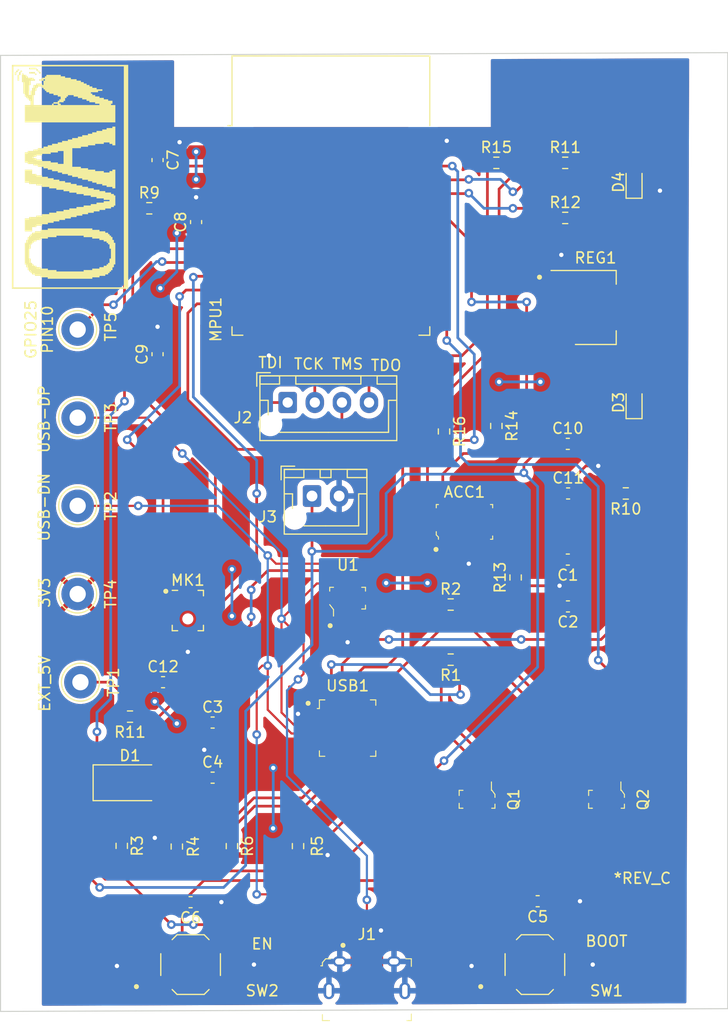
<source format=kicad_pcb>
(kicad_pcb (version 20211014) (generator pcbnew)
  (title_block (title "OPEN VIBRATION PCB LAYOUT") (date "04-10-2023") (rev "C") (company "COMPANY: NSE") (comment 1 "CHECKED: ANTHONY DOUD") (comment 2 "REVIEWED: ZACH LANNERS") (comment 3 "DRAFTED: DAMIEN MORALES"))
  (layers (0 "F.Cu" signal) (31 "B.Cu" signal) (34 "B.Paste" user) (35 "F.Paste" user) (36 "B.SilkS" user "B.Silkscreen") (37 "F.SilkS" user "F.Silkscreen") (38 "B.Mask" user) (39 "F.Mask" user) (44 "Edge.Cuts" user))
  (net 0 "")
  (net 1 "3V3")
  (net 2 "DTR")
  (net 8 "SCL")
  (net 9 "SDA")
  (net 11 "EXT_5V")
  (net 12 "IO0")
  (net 13 "EN")
  (net 14 "Net-(D3-Pad1)")
  (net 20 "Net-(D4-Pad2)")
  (net 21 "SEL")
  (net 35 "RTS")
  (net 36 "Net-(Q1-Pad1)")
  (net 37 "Net-(Q2-Pad1)")
  (net 38 "TXD")
  (net 39 "RXD")
  (net 40 "BCLK")
  (net 41 "Net-(D1-Pad2)")
  (net 42 "Net-(R3-Pad2)")
  (net 43 "USB_DN")
  (net 60 "Net-(R5-Pad2)")
  (net 62 "Net-(R6-Pad1)")
  (net 63 "OUT")
  (net 64 "Net-(J2-Pad4)")
  (net 65 "Net-(J2-Pad3)")
  (net 66 "Net-(J2-Pad2)")
  (net 67 "Net-(J2-Pad1)")
  (net 68 "Net-(MPU1-Pad24)")
  (net 69 "Net-(MPU1-Pad34)")
  (net 70 "Net-(MPU1-Pad35)")
  (net 71 "GND-A")
  (net 72 "USB_DP")
  (net 73 "Net-(ACC1-Pad12)")
  (net 74 "Net-(MPU1-Pad10)")
  (footprint "Resistor_SMD:R_0603_1608Metric" (layer "F.Cu") (at 180.848 166.982 -90)
    (fp_text reference "R3")
    (fp_text value "22.1K")
  )
  (footprint "digikey-footprints:SOT-23-3" (layer "F.Cu") (at 213.614 162.687 -90)
    (fp_text reference "Q1")
    (fp_text value "MMSS8050-H-TP")
  )
  (footprint "TestPoint:TestPoint_THTPad_D3.0mm_Drill1.5mm" (layer "F.Cu") (at 176.784 127.508 -90)
    (fp_text reference "TP3")
    (fp_text value "TestPoint")
  )
  (footprint "Resistor_SMD:R_0603_1608Metric" (layer "F.Cu") (at 211.182 144.7345)
    (fp_text reference "R2")
    (fp_text value "10K")
  )
  (footprint "Capacitor_SMD:C_0603_1608Metric" (layer "F.Cu") (at 219.202 172.085 180)
    (fp_text reference "C5")
    (fp_text value ".1uF")
  )
  (footprint "Diode_SMD:D_SMA" (layer "F.Cu") (at 181.61 161.163)
    (fp_text reference "D1")
    (fp_text value "SHOTTKY_DIODE")
  )
  (footprint "Button_Switch_SMD:SW_SPST_TL3342" (layer "F.Cu") (at 218.948 177.927 180)
    (fp_text reference "SW1")
    (fp_text value "SW_Push")
  )
  (footprint "Button_Switch_SMD:SW_SPST_TL3342" (layer "F.Cu") (at 187.198 177.927 180)
    (fp_text reference "SW2")
    (fp_text value "SW_Push")
  )
  (footprint "TestPoint:TestPoint_THTPad_D3.0mm_Drill1.5mm" (layer "F.Cu") (at 176.784 135.636 -90)
    (fp_text reference "TP2")
    (fp_text value "TestPoint")
  )
  (footprint "Capacitor_SMD:C_0603_1608Metric" (layer "F.Cu") (at 187.198 172.174 180)
    (fp_text reference "C6")
    (fp_text value ".1uF")
  )
  (footprint "Resistor_SMD:R_0603_1608Metric" (layer "F.Cu") (at 215.392 104.013)
    (fp_text reference "R15")
    (fp_text value "330R")
  )
  (footprint "Capacitor_SMD:C_0603_1608Metric" (layer "F.Cu") (at 222.009 134.493)
    (fp_text reference "C11")
    (fp_text value "22uF")
  )
  (footprint "Resistor_SMD:R_0603_1608Metric" (layer "F.Cu") (at 215.392 128.27 -90)
    (fp_text reference "R14")
    (fp_text value "10K")
  )
  (footprint "Resistor_SMD:R_0603_1608Metric" (layer "F.Cu") (at 221.742 104.013)
    (fp_text reference "R11")
    (fp_text value "0R")
  )
  (footprint "Capacitor_SMD:C_0603_1608Metric" (layer "F.Cu") (at 184.15 103.759 -90)
    (fp_text reference "C7")
    (fp_text value ".1uF")
  )
  (footprint "TestPoint:TestPoint_THTPad_D3.0mm_Drill1.5mm" (layer "F.Cu") (at 176.784 119.38 90)
    (fp_text reference "TP5")
    (fp_text value "TestPoint")
  )
  (footprint "Sensor_Audio:Knowles_LGA-5_3.5x2.65mm" (layer "F.Cu") (at 186.944 145.288)
    (fp_text reference "MK1")
    (fp_text value "SPH0641LU4H-1")
  )
  (footprint "Resistor_SMD:R_0603_1608Metric" (layer "F.Cu") (at 191.008 167.005 -90)
    (fp_text reference "R6")
    (fp_text value "2K")
  )
  (footprint "Capacitor_SMD:C_0603_1608Metric" (layer "F.Cu") (at 184.658 151.892)
    (fp_text reference "C12")
    (fp_text value ".1uF")
  )
  (footprint "digikey-footprints:SOT-23-3" (layer "F.Cu") (at 225.552 162.687 -90)
    (fp_text reference "Q2")
    (fp_text value "MMSS8050-H-TP")
  )
  (footprint "digikey-footprints:USB_Micro_B_Female_10118194-0001LF" (layer "F.Cu") (at 203.454 177.64)
    (fp_text reference "J1")
    (fp_text value "10118194-0001LF")
  )
  (footprint "Capacitor_SMD:C_0603_1608Metric" (layer "F.Cu") (at 189.23 160.695)
    (fp_text reference "C4")
    (fp_text value ".1uF")
  )
  (footprint "TestPoint:TestPoint_THTPad_D3.0mm_Drill1.5mm" (layer "F.Cu") (at 176.784 143.764 -90)
    (fp_text reference "TP4")
    (fp_text value "TestPoint")
  )
  (footprint "Resistor_SMD:R_0603_1608Metric" (layer "F.Cu") (at 211.182 149.8145 180)
    (fp_text reference "R1")
    (fp_text value "10K")
  )
  (footprint "digikey-footprints:LGA-14_3x5mm_RevA" (layer "F.Cu") (at 212.452 137.1145)
    (fp_text reference "ACC1")
    (fp_text value "ADXL345BCCZ-RL7")
  )
  (footprint "Resistor_SMD:R_0603_1608Metric" (layer "F.Cu") (at 197.104 167.005 90)
    (fp_text reference "R5")
    (fp_text value "10K")
  )
  (footprint "digikey-footprints:SOT-23-6" (layer "F.Cu") (at 201.676 144.145)
    (fp_text reference "U1")
    (fp_text value "SRV05-4_TCT")
  )
  (footprint "Resistor_SMD:R_0603_1608Metric" (layer "F.Cu") (at 183.388 108.204)
    (fp_text reference "R9")
    (fp_text value "10K")
  )
  (footprint "Resistor_SMD:R_0603_1608Metric" (layer "F.Cu") (at 217.17 142.24 90)
    (fp_text reference "R13")
    (fp_text value "10K")
  )
  (footprint "Capacitor_SMD:C_0603_1608Metric" (layer "F.Cu") (at 221.996 144.907 180)
    (fp_text reference "C2")
    (fp_text value "1uF")
  )
  (footprint "Resistor_SMD:R_0603_1608Metric" (layer "F.Cu") (at 181.61 155.067 180)
    (fp_text reference "R11")
    (fp_text value "2K")
  )
  (footprint "Capacitor_SMD:C_0603_1608Metric" (layer "F.Cu") (at 187.706 109.474 90)
    (fp_text reference "C8")
    (fp_text value ".1uF")
  )
  (footprint "Capacitor_SMD:C_0603_1608Metric" (layer "F.Cu") (at 221.983 129.921)
    (fp_text reference "C10")
    (fp_text value "10uF")
  )
  (footprint "LED_SMD:LED_0603_1608Metric" (layer "F.Cu") (at 228.092 105.791 90)
    (fp_text reference "D4")
    (fp_text value "BLUE_LED_Filled")
  )
  (footprint "Resistor_SMD:R_0603_1608Metric" (layer "F.Cu") (at 221.742 109.093)
    (fp_text reference "R12")
    (fp_text value "0R")
  )
  (footprint "Resistor_SMD:R_0603_1608Metric" (layer "F.Cu") (at 185.928 167.045 -90)
    (fp_text reference "R4")
    (fp_text value "47.5K")
  )
  (footprint "LED_SMD:LED_0603_1608Metric" (layer "F.Cu") (at 228.092 126.111 90)
    (fp_text reference "D3")
    (fp_text value "RED_LED_Filled")
  )
  (footprint "TestPoint:TestPoint_THTPad_D3.0mm_Drill1.5mm" (layer "F.Cu") (at 177.038 151.892 -90)
    (fp_text reference "TP1")
    (fp_text value "TestPoint")
  )
  (footprint "digikey-footprints:VFQFN-28-1EP_5x5mm" (layer "F.Cu") (at 201.676 156.123)
    (fp_text reference "USB1")
    (fp_text value "CP2102-GMR_NRND")
  )
  (footprint "Package_TO_SOT_SMD:SOT-223-3_TabPin2" (layer "F.Cu") (at 224.536 117.348)
    (fp_text reference "REG1")
    (fp_text value "AMS1117-3.3")
  )
  (footprint "Resistor_SMD:R_0603_1608Metric" (layer "F.Cu") (at 227.33 134.493 180)
    (fp_text reference "R10")
    (fp_text value "330R")
  )
  (footprint "Resistor_SMD:R_0603_1608Metric" (layer "F.Cu") (at 210.566 128.778 -90)
    (fp_text reference "R16")
    (fp_text value "10K")
  )
  (footprint "Connector_JST:JST_XH_B4B-XH-AM_1x04_P2.50mm_Vertical" (layer "F.Cu") (at 196.151 126.107)
    (fp_text reference "J2")
    (fp_text value "Conn_01x04_Female")
  )
  (footprint "RF_Module:ESP32-WROOM-32" (layer "F.Cu") (at 200.136 110.025)
    (fp_text reference "MPU1")
    (fp_text value "ESP32-WROOM-32D")
  )
  (footprint "Capacitor_SMD:C_0603_1608Metric" (layer "F.Cu") (at 221.983 140.589 180)
    (fp_text reference "C1")
    (fp_text value ".1uF")
  )
  (footprint "Capacitor_SMD:C_0603_1608Metric" (layer "F.Cu") (at 189.23 155.615)
    (fp_text reference "C3")
    (fp_text value "4.7uF")
  )
  (footprint "Capacitor_SMD:C_0603_1608Metric" (layer "F.Cu") (at 184.15 121.653 90)
    (fp_text reference "C9")
    (fp_text value "22uF")
  )
  (footprint "Connector_JST:JST_XH_B2B-XH-AM_1x02_P2.50mm_Vertical" (layer "F.Cu") (at 198.394 134.73)
    (fp_text reference "J3")
    (fp_text value "Conn_01x02_Female")
  )
  (gr_poly (pts (xy 171.783375 95.779167) (xy 171.783375 95.91146) (xy 172.047958 95.91146) (xy 172.047958 96.04375) (xy 172.18025 96.04375) (xy 172.18025 96.176042) (xy 172.709416 96.176042) (xy 172.709416 96.308335) (xy 172.841708 96.308335) (xy 172.841708 96.440625) (xy 172.444833 96.440625) (xy 172.444833 96.8375) (xy 172.312541 96.8375) (xy 172.312541 97.763542) (xy 172.444833 97.763542) (xy 172.444833 97.366667) (xy 172.577125 97.366667) (xy 172.577125 97.102085) (xy 172.709416 97.102085) (xy 172.709416 96.8375) (xy 172.974 96.8375) (xy 172.974 96.70521) (xy 173.503166 96.70521) (xy 173.503166 96.8375) (xy 173.635458 96.8375) (xy 173.635458 96.440625) (xy 173.238583 96.440625) (xy 173.238583 96.308335) (xy 173.503166 96.308335) (xy 173.503166 96.176042) (xy 173.76775 96.176042) (xy 173.76775 96.04375) (xy 173.900041 96.04375) (xy 173.900041 95.91146) (xy 175.222958 95.91146) (xy 175.222958 96.04375) (xy 175.619833 96.04375) (xy 175.619833 96.176042) (xy 176.148999 96.176042) (xy 176.148999 96.308335) (xy 176.678166 96.308335) (xy 176.678166 96.440625) (xy 177.075041 96.440625) (xy 177.075041 96.572917) (xy 177.339625 96.572917) (xy 177.339625 96.70521) (xy 177.604207 96.70521) (xy 177.604207 96.8375) (xy 177.868791 96.8375) (xy 177.868791 96.969792) (xy 178.133375 96.969792) (xy 178.133375 97.102085) (xy 178.53025 97.102085) (xy 178.53025 97.234375) (xy 179.059416 97.234375) (xy 179.059416 97.366667) (xy 178.662541 97.366667) (xy 178.662541 97.49896) (xy 178.001082 97.49896) (xy 178.001082 97.63125) (xy 178.133375 97.63125) (xy 178.133375 97.763542) (xy 178.397957 97.763542) (xy 178.397957 97.895835) (xy 178.794832 97.895835) (xy 178.794832 98.028125) (xy 179.191707 98.028125) (xy 179.191707 98.160417) (xy 179.588582 98.160417) (xy 179.588582 98.29271) (xy 179.985457 98.29271) (xy 179.985457 98.557292) (xy 179.853166 98.557292) (xy 179.853166 98.689585) (xy 180.250041 98.689585) (xy 180.250041 100.277085) (xy 178.794832 100.277085) (xy 178.794832 98.689585) (xy 178.794832 98.557292) (xy 178.397957 98.557292) (xy 178.397957 98.425) (xy 177.868791 98.425) (xy 177.868791 98.29271) (xy 177.604207 98.29271) (xy 177.604207 98.160417) (xy 177.207332 98.160417) (xy 177.207332 98.028125) (xy 176.810457 98.028125) (xy 176.810457 97.895835) (xy 176.413582 97.895835) (xy 176.413582 97.763542) (xy 175.884416 97.763542) (xy 175.884416 97.895835) (xy 175.752124 97.895835) (xy 175.752124 98.028125) (xy 175.619833 98.028125) (xy 175.619833 98.29271) (xy 175.487541 98.29271) (xy 175.487541 98.425) (xy 175.090666 98.425) (xy 175.090666 98.557292) (xy 175.222958 98.557292) (xy 175.222958 98.689585) (xy 178.794832 98.689585) (xy 178.794832 100.277085) (xy 174.958375 100.277085) (xy 174.958375 98.689585) (xy 174.958375 98.557292) (xy 174.5615 98.557292) (xy 174.5615 98.689585) (xy 174.958375 98.689585) (xy 174.958375 100.277085) (xy 174.429208 100.277085) (xy 174.429208 98.689585) (xy 174.429208 98.557292) (xy 174.5615 98.557292) (xy 174.5615 98.425) (xy 174.958375 98.425) (xy 174.958375 98.29271) (xy 175.090666 98.29271) (xy 175.090666 98.160417) (xy 175.222958 98.160417) (xy 175.222958 97.895835) (xy 174.958375 97.895835) (xy 174.958375 97.763542) (xy 174.5615 97.763542) (xy 174.5615 97.63125) (xy 174.164625 97.63125) (xy 174.164625 97.49896) (xy 173.900041 97.49896) (xy 173.900041 97.366667) (xy 173.76775 97.366667) (xy 173.76775 97.234375) (xy 173.76775 96.440625) (xy 173.76775 96.308335) (xy 173.635458 96.308335) (xy 173.635458 96.440625) (xy 173.76775 96.440625) (xy 173.76775 97.234375) (xy 173.635458 97.234375) (xy 173.635458 97.102085) (xy 173.503166 97.102085) (xy 173.503166 96.969792) (xy 173.106291 96.969792) (xy 173.106291 97.102085) (xy 172.974 97.102085) (xy 172.974 97.366667) (xy 172.841708 97.366667) (xy 172.841708 97.763542) (xy 172.709416 97.763542) (xy 172.709416 98.689585) (xy 174.429208 98.689585) (xy 174.429208 100.277085) (xy 171.915666 100.277085) (xy 171.915666 98.689585) (xy 172.444833 98.689585) (xy 172.444833 98.29271) (xy 172.312541 98.29271) (xy 172.312541 98.160417) (xy 172.18025 98.160417) (xy 172.18025 98.028125) (xy 172.047958 98.028125) (xy 172.047958 97.895835) (xy 171.915666 97.895835) (xy 171.915666 97.63125) (xy 171.783375 97.63125) (xy 171.783375 96.572917) (xy 171.651083 96.572917) (xy 171.651083 95.779167)) (layer "F.SilkS") (width 0.01) (fill solid))
  (gr_poly (pts (xy 172.974 95.25) (xy 172.974 95.382292) (xy 172.312541 95.382292) (xy 172.312541 95.25)) (layer "F.SilkS") (width 0.01) (fill solid))
  (gr_poly (pts (xy 171.254208 95.514585) (xy 171.254208 95.646875) (xy 171.121916 95.646875) (xy 171.121916 95.514585)) (layer "F.SilkS") (width 0.01) (fill solid))
  (gr_poly (pts (xy 171.3865 95.382292) (xy 171.3865 95.514585) (xy 171.254208 95.514585) (xy 171.254208 95.382292)) (layer "F.SilkS") (width 0.01) (fill solid))
  (gr_poly (pts (xy 172.18025 103.055206) (xy 172.18025 102.922916) (xy 172.709416 102.922916) (xy 172.709416 102.790624) (xy 173.106291 102.790624) (xy 173.106291 102.658331) (xy 173.635458 102.658331) (xy 173.635458 102.526041) (xy 174.032333 102.526041) (xy 174.032333 102.393749) (xy 174.429208 102.393749) (xy 174.429208 102.261456) (xy 174.958375 102.261456) (xy 174.958375 102.129166) (xy 175.355249 102.129166) (xy 175.355249 101.996874) (xy 175.884416 101.996874) (xy 175.884416 101.864581) (xy 176.281291 101.864581) (xy 176.281291 101.732291) (xy 176.810457 101.732291) (xy 176.810457 101.599999) (xy 177.207332 101.599999) (xy 177.207332 101.467706) (xy 177.7365 101.467706) (xy 177.7365 101.335416) (xy 178.133375 101.335416) (xy 178.133375 101.203124) (xy 178.53025 101.203124) (xy 178.53025 101.070831) (xy 179.059416 101.070831) (xy 179.059416 100.938541) (xy 179.456291 100.938541) (xy 179.456291 100.806249) (xy 179.985457 100.806249) (xy 179.985457 100.673956) (xy 180.250041 100.673956) (xy 180.250041 102.393749) (xy 179.985457 102.393749) (xy 179.985457 102.261456) (xy 179.720874 102.261456) (xy 179.720874 102.129166) (xy 179.191707 102.129166) (xy 179.191707 102.261456) (xy 178.397957 102.261456) (xy 178.397957 102.393749) (xy 177.7365 102.393749) (xy 177.7365 102.526041) (xy 177.075041 102.526041) (xy 177.075041 102.658331) (xy 176.281291 102.658331) (xy 176.281291 104.378124) (xy 177.075041 104.378124) (xy 177.075041 104.510416) (xy 177.7365 104.510416) (xy 177.7365 104.642708) (xy 178.397957 104.642708) (xy 178.397957 104.774999) (xy 179.191707 104.774999) (xy 179.191707 104.907291) (xy 179.720874 104.907291) (xy 179.720874 104.774999) (xy 179.985457 104.774999) (xy 179.985457 104.642708) (xy 180.250041 104.642708) (xy 180.250041 106.362499) (xy 180.117749 106.3625) (xy 179.985457 106.3625) (xy 179.985457 106.230209) (xy 179.456291 106.230209) (xy 179.456291 106.097917) (xy 179.059416 106.097917) (xy 179.059416 105.965625) (xy 178.53025 105.965625) (xy 178.53025 105.833334) (xy 178.133375 105.833334) (xy 178.133375 105.701042) (xy 177.7365 105.701042) (xy 177.7365 105.56875) (xy 177.207332 105.56875) (xy 177.207332 105.436459) (xy 176.810457 105.436459) (xy 176.810457 105.304167) (xy 176.281291 105.304167) (xy 176.281291 105.171875) (xy 175.884416 105.171875) (xy 175.884416 105.039584) (xy 175.487541 105.039584) (xy 175.487541 104.113542) (xy 175.487541 102.922917) (xy 174.958375 102.922917) (xy 174.958375 103.055208) (xy 174.296916 103.055208) (xy 174.296916 103.1875) (xy 173.503166 103.1875) (xy 173.503166 103.319792) (xy 172.974 103.319792) (xy 172.974 103.452083) (xy 172.709416 103.452083) (xy 172.709416 103.584375) (xy 172.974 103.584375) (xy 172.974 103.716667) (xy 173.503166 103.716667) (xy 173.503166 103.848959) (xy 174.296916 103.848959) (xy 174.296916 103.98125) (xy 174.958375 103.98125) (xy 174.958375 104.113542) (xy 175.487541 104.113542) (xy 175.487541 105.039584) (xy 175.355249 105.039584) (xy 175.355249 104.907292) (xy 174.958375 104.907292) (xy 174.958375 104.775) (xy 174.429208 104.775) (xy 174.429208 104.642709) (xy 174.032333 104.642709) (xy 174.032333 104.510417) (xy 173.635458 104.510417) (xy 173.635458 104.378125) (xy 173.106291 104.378125) (xy 173.106291 104.245833) (xy 172.709416 104.245833) (xy 172.709416 104.113541) (xy 172.18025 104.113541) (xy 172.18025 103.981249) (xy 171.915666 103.981249) (xy 171.915666 103.055206)) (layer "F.SilkS") (width 0.01) (fill solid))
  (gr_poly (pts (xy 171.651083 95.514585) (xy 171.651083 95.646875) (xy 171.518791 95.646875) (xy 171.518791 95.514585)) (layer "F.SilkS") (width 0.01) (fill solid))
  (gr_poly (pts (xy 181.440666 94.985416) (xy 181.440666 115.622916) (xy 181.043791 115.622916) (xy 181.043791 115.490626) (xy 181.043791 95.11771) (xy 170.857331 95.11771) (xy 170.857331 115.490626) (xy 181.043791 115.490626) (xy 181.043791 115.622916) (xy 176.082852 115.622916) (xy 170.72504 115.622916) (xy 170.72504 94.985416)) (layer "F.SilkS") (width 0.01) (fill solid))
  (gr_poly (pts (xy 173.370875 95.646875) (xy 173.370875 95.779167) (xy 173.238583 95.779167) (xy 173.238583 95.646875)) (layer "F.SilkS") (width 0.01) (fill solid))
  (gr_poly (pts (xy 171.518791 95.646875) (xy 171.518791 95.91146) (xy 171.3865 95.91146) (xy 171.3865 95.646875)) (layer "F.SilkS") (width 0.01) (fill solid))
  (gr_poly (pts (xy 172.047958 111.389583) (xy 172.047958 111.125) (xy 172.18025 111.125) (xy 172.18025 110.860417) (xy 172.312541 110.860417) (xy 172.312541 110.728125) (xy 172.444833 110.728125) (xy 172.444833 110.595833) (xy 172.577125 110.595833) (xy 172.577125 110.463542) (xy 172.841708 110.463542) (xy 172.841708 110.33125) (xy 173.370875 110.33125) (xy 173.370875 110.198958) (xy 174.032333 110.198958) (xy 174.032333 110.066667) (xy 178.133375 110.066667) (xy 178.133375 110.198958) (xy 178.794832 110.198958) (xy 178.794832 110.33125) (xy 179.323999 110.33125) (xy 179.323999 110.463542) (xy 179.588582 110.463542) (xy 179.588582 110.595833) (xy 179.720874 110.595833) (xy 179.720874 110.728125) (xy 179.853166 110.728125) (xy 179.853166 110.860417) (xy 179.985457 110.860417) (xy 179.985457 111.125) (xy 180.117749 111.125) (xy 180.117749 111.389583) (xy 180.250041 111.389583) (xy 180.250041 113.373958) (xy 180.117749 113.373958) (xy 180.117749 113.638541) (xy 179.985457 113.638541) (xy 179.985457 113.903125) (xy 179.853166 113.903125) (xy 179.853166 114.035416) (xy 179.720874 114.035416) (xy 179.720874 114.167708) (xy 179.588582 114.167708) (xy 179.588582 114.3) (xy 179.323999 114.3) (xy 179.323999 114.432291) (xy 178.794832 114.432291) (xy 178.794832 114.564583) (xy 178.133375 114.564583) (xy 178.133375 114.696875) (xy 177.339625 114.696875) (xy 177.339625 114.035416) (xy 177.339625 113.903125) (xy 178.133375 113.903125) (xy 178.133375 113.770833) (xy 178.794832 113.770833) (xy 178.794832 113.638541) (xy 179.191707 113.638541) (xy 179.191707 113.50625) (xy 179.456291 113.50625) (xy 179.456291 113.373958) (xy 179.588582 113.373958) (xy 179.588582 113.241667) (xy 179.720874 113.241667) (xy 179.720874 112.844792) (xy 179.853166 112.844792) (xy 179.853166 111.91875) (xy 179.720874 111.91875) (xy 179.720874 111.521875) (xy 179.588582 111.521875) (xy 179.588582 111.389583) (xy 179.456291 111.389583) (xy 179.456291 111.257292) (xy 179.191707 111.257292) (xy 179.191707 111.125) (xy 178.794832 111.125) (xy 178.794832 110.992708) (xy 178.133375 110.992708) (xy 178.133375 110.860417) (xy 177.339625 110.860417) (xy 177.339625 110.728125) (xy 174.826083 110.728125) (xy 174.826083 110.860417) (xy 174.032333 110.860417) (xy 174.032333 110.992708) (xy 173.370875 110.992708) (xy 173.370875 111.125) (xy 172.974 111.125) (xy 172.974 111.257292) (xy 172.709416 111.257292) (xy 172.709416 111.389583) (xy 172.577125 111.389583) (xy 172.577125 111.521875) (xy 172.444833 111.521875) (xy 172.444833 111.91875) (xy 172.312541 111.91875) (xy 172.312541 112.844792) (xy 172.444833 112.844792) (xy 172.444833 113.241667) (xy 172.577125 113.241667) (xy 172.577125 113.373958) (xy 172.709416 113.373958) (xy 172.709416 113.50625) (xy 172.974 113.50625) (xy 172.974 113.638541) (xy 173.370875 113.638541) (xy 173.370875 113.770833) (xy 174.032333 113.770833) (xy 174.032333 113.903125) (xy 174.826083 113.903125) (xy 174.826083 114.035416) (xy 177.339625 114.035416) (xy 177.339625 114.696875) (xy 174.032333 114.696875) (xy 174.032333 114.564583) (xy 173.370875 114.564583) (xy 173.370875 114.432291) (xy 172.841708 114.432291) (xy 172.841708 114.3) (xy 172.577125 114.3) (xy 172.577125 114.167708) (xy 172.444833 114.167708) (xy 172.444833 114.035416) (xy 172.312541 114.035416) (xy 172.312541 113.903125) (xy 172.18025 113.903125) (xy 172.18025 113.638541) (xy 172.047958 113.638541) (xy 172.047958 113.373958) (xy 171.915666 113.373958) (xy 171.915666 111.389583)) (layer "F.SilkS") (width 0.01) (fill solid))
  (gr_poly (pts (xy 173.238583 95.514585) (xy 173.238583 95.646875) (xy 173.106291 95.646875) (xy 173.106291 95.514585)) (layer "F.SilkS") (width 0.01) (fill solid))
  (gr_poly (pts (xy 172.974 95.779167) (xy 172.974 95.91146) (xy 172.841708 95.91146) (xy 172.841708 95.779167)) (layer "F.SilkS") (width 0.01) (fill solid))
  (gr_poly (pts (xy 172.312541 109.140625) (xy 172.312541 109.008334) (xy 172.974 109.008334) (xy 172.974 108.876042) (xy 173.503166 108.876042) (xy 173.503166 108.74375) (xy 174.164625 108.74375) (xy 174.164625 108.611459) (xy 174.826083 108.611459) (xy 174.826083 108.479167) (xy 175.487541 108.479167) (xy 175.487541 108.346875) (xy 176.016708 108.346875) (xy 176.016708 108.214584) (xy 176.678166 108.214584) (xy 176.678166 108.082292) (xy 177.339625 108.082292) (xy 177.339625 107.95) (xy 178.001082 107.95) (xy 178.001082 107.817709) (xy 178.53025 107.817709) (xy 178.53025 107.685417) (xy 179.191707 107.685417) (xy 179.191707 107.553125) (xy 179.720874 107.553125) (xy 179.720874 107.420834) (xy 179.191707 107.420834) (xy 179.191707 107.288542) (xy 178.53025 107.288542) (xy 178.53025 107.15625) (xy 178.001082 107.15625) (xy 178.001082 107.023959) (xy 177.339625 107.023959) (xy 177.339625 106.891667) (xy 176.678166 106.891667) (xy 176.678166 106.759375) (xy 176.016708 106.759375) (xy 176.016708 106.627084) (xy 175.487541 106.627084) (xy 175.487541 106.494792) (xy 174.826083 106.494792) (xy 174.826083 106.3625) (xy 174.164625 106.3625) (xy 174.164625 106.230209) (xy 173.503166 106.230209) (xy 173.503166 106.097917) (xy 172.974 106.097917) (xy 172.974 105.965625) (xy 172.312541 105.965625) (xy 172.312541 105.833334) (xy 171.915666 105.833334) (xy 171.915666 104.642709) (xy 172.577125 104.642709) (xy 172.577125 105.039584) (xy 172.974 105.039584) (xy 172.974 105.171875) (xy 173.503166 105.171875) (xy 173.503166 105.304167) (xy 174.032333 105.304167) (xy 174.032333 105.436459) (xy 174.5615 105.436459) (xy 174.5615 105.56875) (xy 175.090666 105.56875) (xy 175.090666 105.701042) (xy 175.619833 105.701042) (xy 175.619833 105.833334) (xy 176.148999 105.833334) (xy 176.148999 105.965625) (xy 176.678166 105.965625) (xy 176.678166 106.097917) (xy 177.207332 106.097917) (xy 177.207332 106.230209) (xy 177.7365 106.230209) (xy 177.7365 106.3625) (xy 178.265666 106.3625) (xy 178.265666 106.494792) (xy 178.794832 106.494792) (xy 178.794832 106.627084) (xy 179.323999 106.627084) (xy 179.323999 106.759375) (xy 179.853166 106.759375) (xy 179.853166 106.891667) (xy 180.117749 106.891667) (xy 180.117749 107.023959) (xy 180.250041 107.023959) (xy 180.250041 107.95) (xy 180.117749 107.95) (xy 180.117749 108.082292) (xy 179.853166 108.082292) (xy 179.853166 108.214584) (xy 179.323999 108.214584) (xy 179.323999 108.346875) (xy 178.794832 108.346875) (xy 178.794832 108.479167) (xy 178.265666 108.479167) (xy 178.265666 108.611459) (xy 177.7365 108.611459) (xy 177.7365 108.74375) (xy 177.207332 108.74375) (xy 177.207332 108.876042) (xy 176.678166 108.876042) (xy 176.678166 109.008334) (xy 176.148999 109.008334) (xy 176.148999 109.140625) (xy 175.619833 109.140625) (xy 175.619833 109.272917) (xy 175.090666 109.272917) (xy 175.090666 109.405208) (xy 174.5615 109.405208) (xy 174.5615 109.5375) (xy 174.032333 109.5375) (xy 174.032333 109.669792) (xy 173.503166 109.669792) (xy 173.503166 109.802083) (xy 172.974 109.802083) (xy 172.974 109.934375) (xy 172.577125 109.934375) (xy 172.577125 110.33125) (xy 171.915666 110.33125) (xy 171.915666 109.140625)) (layer "F.SilkS") (width 0.01) (fill solid))
  (gr_poly (pts (xy 171.121916 95.646875) (xy 171.121916 95.91146) (xy 170.989625 95.91146) (xy 170.989625 95.646875)) (layer "F.SilkS") (width 0.01) (fill solid))
  (gr_poly (pts (xy 172.841708 95.646875) (xy 172.841708 95.779167) (xy 172.312541 95.779167) (xy 172.312541 95.646875)) (layer "F.SilkS") (width 0.01) (fill solid))
  (gr_poly (pts (xy 173.106291 95.382292) (xy 173.106291 95.514585) (xy 172.974 95.514585) (xy 172.974 95.382292)) (layer "F.SilkS") (width 0.01) (fill solid))
  (gr_poly (pts (xy 171.3865 95.91146) (xy 171.3865 96.440625) (xy 171.254208 96.440625) (xy 171.254208 95.91146)) (layer "F.SilkS") (width 0.01) (fill solid))
  (gr_line (start 169.672 94.107) (end 236.728 93.853) (layer "Edge.Cuts") (width 0.1))
  (gr_line (start 169.672 182.245) (end 169.672 94.107) (layer "Edge.Cuts") (width 0.1))
  (gr_line (start 169.672 182.245) (end 236.728 181.991) (layer "Edge.Cuts") (width 0.1))
  (gr_line (start 236.728 181.991) (end 236.728 93.853) (layer "Edge.Cuts") (width 0.1))
  (gr_text "EXT_5V" (at 173.736 152.019 90) (layer "F.SilkS") (effects (font (size 1 1))))
  (gr_text "USB-DP\n\n" (at 174.498 127.635 90) (layer "F.SilkS") (effects (font (size 1 1))))
  (gr_text "USB-DN\n\n" (at 174.498 135.763 90) (layer "F.SilkS") (effects (font (size 1 1))))
  (gr_text "\n*REV_C\n" (at 228.854 169.164) (layer "F.SilkS") (effects (font (size 1 1))))
  (gr_text "3V3\n" (at 173.736 143.637 90) (layer "F.SilkS") (effects (font (size 1 1))))
  (segment (start 210.452 141.872) (end 211.582 143.002) (width 0.25) (layer "F.Cu") (net 1))
  (segment (start 194.667 157.123) (end 191.095 160.695) (width 0.25) (layer "F.Cu") (net 1))
  (segment (start 213.614 143.002) (end 214.452 142.164) (width 0.25) (layer "F.Cu") (net 1))
  (segment (start 199.176 157.123) (end 194.667 157.123) (width 0.25) (layer "F.Cu") (net 1))
  (segment (start 214.452 142.164) (end 214.452 138.212) (width 0.25) (layer "F.Cu") (net 1))
  (segment (start 190.045 160.655) (end 190.005 160.695) (width 0.25) (layer "F.Cu") (net 1))
  (segment (start 211.582 143.002) (end 213.614 143.002) (width 0.25) (layer "F.Cu") (net 1))
  (segment (start 210.452 138.212) (end 210.452 141.872) (width 0.25) (layer "F.Cu") (net 1))
  (segment (start 191.095 160.695) (end 190.005 160.695) (width 0.25) (layer "F.Cu") (net 1))
  (via (at 187.706 105.537) (size 0.8) (drill 0.4) (layers "F.Cu" "B.Cu") (net 1))
  (via (at 191.008 145.796) (size 0.8) (drill 0.4) (layers "F.Cu" "B.Cu") (net 1))
  (via (at 184.404 115.57) (size 0.8) (drill 0.4) (layers "F.Cu" "B.Cu") (net 1))
  (via (at 215.646 124.206) (size 0.8) (drill 0.4) (layers "F.Cu" "B.Cu") (net 1))
  (via (at 185.928 155.702) (size 0.8) (drill 0.4) (layers "F.Cu" "B.Cu") (net 1))
  (via (at 194.802125 165.369875) (size 0.8) (drill 0.4) (layers "F.Cu" "B.Cu") (net 1))
  (via (at 185.928 110.49) (size 0.8) (drill 0.4) (layers "F.Cu" "B.Cu") (net 1))
  (via (at 219.456 124.206) (size 0.8) (drill 0.4) (layers "F.Cu" "B.Cu") (net 1))
  (via (at 191.008 141.478) (size 0.8) (drill 0.4) (layers "F.Cu" "B.Cu") (net 1))
  (via (at 187.706 102.997) (size 0.8) (drill 0.4) (layers "F.Cu" "B.Cu") (net 1))
  (via (at 205.232 142.748) (size 0.8) (drill 0.4) (layers "F.Cu" "B.Cu") (net 1))
  (via (at 209.042 142.748) (size 0.8) (drill 0.4) (layers "F.Cu" "B.Cu") (net 1))
  (via (at 183.896 153.67) (size 0.8) (drill 0.4) (layers "F.Cu" "B.Cu") (net 1))
  (via (at 194.818 159.79775) (size 0.8) (drill 0.4) (layers "F.Cu" "B.Cu") (net 1))
  (segment (start 185.928 155.702) (end 183.896 153.67) (width 0.25) (layer "B.Cu") (net 1))
  (segment (start 185.928 114.046) (end 184.404 115.57) (width 0.25) (layer "B.Cu") (net 1))
  (segment (start 194.818 159.79775) (end 194.818 165.354) (width 0.25) (layer "B.Cu") (net 1))
  (segment (start 187.706 102.997) (end 187.706 105.537) (width 0.25) (layer "B.Cu") (net 1))
  (segment (start 215.646 124.206) (end 219.456 124.206) (width 0.25) (layer "B.Cu") (net 1))
  (segment (start 191.008 145.796) (end 191.008 141.478) (width 0.25) (layer "B.Cu") (net 1))
  (segment (start 185.928 110.49) (end 185.928 114.046) (width 0.25) (layer "B.Cu") (net 1))
  (segment (start 205.232 142.748) (end 209.042 142.748) (width 0.25) (layer "B.Cu") (net 1))
  (segment (start 224.602 161.637) (end 224.602 159.705) (width 0.25) (layer "F.Cu") (net 2))
  (segment (start 224.602 159.705) (end 214.7115 149.8145) (width 0.25) (layer "F.Cu") (net 2))
  (segment (start 200.176 153.623) (end 200.176 150.265) (width 0.25) (layer "F.Cu") (net 2))
  (segment (start 212.007 149.8145) (end 212.007 152.952) (width 0.25) (layer "F.Cu") (net 2))
  (segment (start 212.007 152.952) (end 212.09 153.035) (width 0.25) (layer "F.Cu") (net 2))
  (segment (start 214.7115 149.8145) (end 212.007 149.8145) (width 0.25) (layer "F.Cu") (net 2))
  (via (at 200.176 150.265) (size 0.8) (drill 0.4) (layers "F.Cu" "B.Cu") (net 2))
  (via (at 212.09 153.035) (size 0.8) (drill 0.4) (layers "F.Cu" "B.Cu") (net 2))
  (segment (start 209.296 153.035) (end 212.09 153.035) (width 0.25) (layer "B.Cu") (net 2))
  (segment (start 200.176 150.265) (end 206.526 150.265) (width 0.25) (layer "B.Cu") (net 2))
  (segment (start 206.526 150.265) (end 209.296 153.035) (width 0.25) (layer "B.Cu") (net 2))
  (segment (start 213.297 129.603) (end 210.566 129.603) (width 0.25) (layer "F.Cu") (net 8))
  (segment (start 210.566 130.556) (end 210.566 129.603) (width 0.25) (layer "F.Cu") (net 8))
  (segment (start 210.3545 137.1145) (end 209.2505 137.1145) (width 0.25) (layer "F.Cu") (net 8))
  (segment (start 213.36 129.54) (end 213.297 129.603) (width 0.25) (layer "F.Cu") (net 8))
  (segment (start 209.042 136.906) (end 209.042 132.08) (width 0.25) (layer "F.Cu") (net 8))
  (segment (start 209.042 132.08) (end 210.566 130.556) (width 0.25) (layer "F.Cu") (net 8))
  (segment (start 209.2505 137.1145) (end 209.042 136.906) (width 0.25) (layer "F.Cu") (net 8))
  (segment (start 208.636 104.31) (end 211.328 104.31) (width 0.25) (layer "F.Cu") (net 8))
  (via (at 211.328 104.31) (size 0.8) (drill 0.4) (layers "F.Cu" "B.Cu") (net 8))
  (via (at 213.36 129.54) (size 0.8) (drill 0.4) (layers "F.Cu" "B.Cu") (net 8))
  (segment (start 213.36 121.666) (end 211.836 120.142) (width 0.25) (layer "B.Cu") (net 8))
  (segment (start 211.836 104.818) (end 211.328 104.31) (width 0.25) (layer "B.Cu") (net 8))
  (segment (start 213.36 129.54) (end 213.36 121.666) (width 0.25) (layer "B.Cu") (net 8))
  (segment (start 211.836 120.142) (end 211.836 104.818) (width 0.25) (layer "B.Cu") (net 8))
  (segment (start 209.886 108.12) (end 213.106 111.34) (width 0.25) (layer "F.Cu") (net 9))
  (segment (start 218.186 127.508) (end 216.599 129.095) (width 0.25) (layer "F.Cu") (net 9))
  (segment (start 208.636 108.12) (end 209.886 108.12) (width 0.25) (layer "F.Cu") (net 9))
  (segment (start 210.452 133.236) (end 210.452 132.702) (width 0.25) (layer "F.Cu") (net 9))
  (segment (start 210.452 133.236) (end 210.452 136.017) (width 0.25) (layer "F.Cu") (net 9))
  (segment (start 216.599 129.095) (end 215.392 129.095) (width 0.25) (layer "F.Cu") (net 9))
  (segment (start 210.452 132.702) (end 212.344 130.81) (width 0.25) (layer "F.Cu") (net 9))
  (segment (start 215.138 130.81) (end 215.392 130.556) (width 0.25) (layer "F.Cu") (net 9))
  (segment (start 213.106 111.34) (end 213.106 116.84) (width 0.25) (layer "F.Cu") (net 9))
  (segment (start 212.344 130.81) (end 215.138 130.81) (width 0.25) (layer "F.Cu") (net 9))
  (segment (start 215.392 130.556) (end 215.392 129.095) (width 0.25) (layer "F.Cu") (net 9))
  (segment (start 218.186 116.84) (end 218.186 127.508) (width 0.25) (layer "F.Cu") (net 9))
  (via (at 218.186 116.84) (size 0.8) (drill 0.4) (layers "F.Cu" "B.Cu") (net 9))
  (via (at 213.106 116.84) (size 0.8) (drill 0.4) (layers "F.Cu" "B.Cu") (net 9))
  (segment (start 213.106 116.84) (end 218.186 116.84) (width 0.25) (layer "B.Cu") (net 9))
  (segment (start 179.61 158.02) (end 179.61 161.163) (width 0.25) (layer "F.Cu") (net 11))
  (segment (start 217.932 131.826) (end 217.932 132.588) (width 0.25) (layer "F.Cu") (net 11))
  (segment (start 198.394 134.73) (end 198.394 139.807) (width 0.25) (layer "F.Cu") (net 11))
  (segment (start 179.07 165.735) (end 179.832 164.973) (width 0.25) (layer "F.Cu") (net 11))
  (segment (start 179.61 162.909) (end 179.61 161.163) (width 0.25) (layer "F.Cu") (net 11))
  (segment (start 177.292 169.291) (end 177.292 165.227) (width 0.25) (layer "F.Cu") (net 11))
  (segment (start 180.848 165.227) (end 180.848 166.157) (width 0.25) (layer "F.Cu") (net 11))
  (segment (start 179.832 164.973) (end 180.594 164.973) (width 0.25) (layer "F.Cu") (net 11))
  (segment (start 180.785 152.845) (end 179.832 151.892) (width 0.25) (layer "F.Cu") (net 11))
  (segment (start 180.785 155.067) (end 180.785 156.781) (width 0.25) (layer "F.Cu") (net 11))
  (segment (start 221.616501 124.839499) (end 221.616501 119.648) (width 0.25) (layer "F.Cu") (net 11))
  (segment (start 221.208 129.921) (end 221.208 125.248) (width 0.25) (layer "F.Cu") (net 11))
  (segment (start 198.394 139.807) (end 198.374 139.827) (width 0.25) (layer "F.Cu") (net 11))
  (segment (start 210.566 159.131) (end 200.406 169.291) (width 0.25) (layer "F.Cu") (net 11))
  (segment (start 179.07 168.275) (end 179.07 165.735) (width 0.25) (layer "F.Cu") (net 11))
  (segment (start 179.578 157.988) (end 179.61 158.02) (width 0.25) (layer "F.Cu") (net 11))
  (segment (start 180.086 169.291) (end 179.07 168.275) (width 0.25) (layer "F.Cu") (net 11))
  (segment (start 219.837 129.921) (end 217.932 131.826) (width 0.25) (layer "F.Cu") (net 11))
  (segment (start 221.208 125.248) (end 221.616501 124.839499) (width 0.25) (layer "F.Cu") (net 11))
  (segment (start 200.406 169.291) (end 180.086 169.291) (width 0.25) (layer "F.Cu") (net 11))
  (segment (start 180.785 155.067) (end 180.785 152.845) (width 0.25) (layer "F.Cu") (net 11))
  (segment (start 221.208 129.921) (end 219.837 129.921) (width 0.25) (layer "F.Cu") (net 11))
  (segment (start 180.785 156.781) (end 179.578 157.988) (width 0.25) (layer "F.Cu") (net 11))
  (segment (start 179.832 151.892) (end 177.038 151.892) (width 0.25) (layer "F.Cu") (net 11))
  (segment (start 180.594 164.973) (end 180.848 165.227) (width 0.25) (layer "F.Cu") (net 11))
  (segment (start 177.292 165.227) (end 179.61 162.909) (width 0.25) (layer "F.Cu") (net 11))
  (segment (start 178.816 170.815) (end 177.292 169.291) (width 0.25) (layer "F.Cu") (net 11))
  (via (at 198.374 139.827) (size 0.8) (drill 0.4) (layers "F.Cu" "B.Cu") (net 11))
  (via (at 178.816 170.815) (size 0.8) (drill 0.4) (layers "F.Cu" "B.Cu") (net 11))
  (via (at 217.932 132.588) (size 0.8) (drill 0.4) (layers "F.Cu" "B.Cu") (net 11))
  (via (at 210.566 159.131) (size 0.8) (drill 0.4) (layers "F.Cu" "B.Cu") (net 11))
  (segment (start 198.394 148.443) (end 192.278 154.559) (width 0.25) (layer "B.Cu") (net 11))
  (segment (start 217.805 132.715) (end 207.01 132.715) (width 0.25) (layer "B.Cu") (net 11))
  (segment (start 219.202 150.495) (end 219.202 133.858) (width 0.25) (layer "B.Cu") (net 11))
  (segment (start 205.232 138.303) (end 203.708 139.827) (width 0.25) (layer "B.Cu") (net 11))
  (segment (start 190.246 170.815) (end 178.816 170.815) (width 0.25) (layer "B.Cu") (net 11))
  (segment (start 192.278 168.783) (end 190.246 170.815) (width 0.25) (layer "B.Cu") (net 11))
  (segment (start 207.01 132.715) (end 205.232 134.493) (width 0.25) (layer "B.Cu") (net 11))
  (segment (start 205.232 134.493) (end 205.232 138.303) (width 0.25) (layer "B.Cu") (net 11))
  (segment (start 198.394 139.847) (end 198.394 148.443) (width 0.25) (layer "B.Cu") (net 11))
  (segment (start 192.278 154.559) (end 192.278 168.783) (width 0.25) (layer "B.Cu") (net 11))
  (segment (start 217.932 132.588) (end 217.805 132.715) (width 0.25) (layer "B.Cu") (net 11))
  (segment (start 203.708 139.827) (end 198.374 139.827) (width 0.25) (layer "B.Cu") (net 11))
  (segment (start 210.566 159.131) (end 219.202 150.495) (width 0.25) (layer "B.Cu") (net 11))
  (segment (start 219.202 133.858) (end 217.932 132.588) (width 0.25) (layer "B.Cu") (net 11))
  (segment (start 198.374 139.827) (end 198.394 139.847) (width 0.25) (layer "B.Cu") (net 11))
  (segment (start 209.974 118.28) (end 210.566 118.872) (width 0.25) (layer "F.Cu") (net 12))
  (segment (start 210.566 118.872) (end 210.82 119.126) (width 0.25) (layer "F.Cu") (net 12))
  (segment (start 226.661 163.737) (end 225.552 163.737) (width 0.25) (layer "F.Cu") (net 12))
  (segment (start 210.82 119.126) (end 210.82 120.396) (width 0.25) (layer "F.Cu") (net 12))
  (segment (start 218.427 170.32) (end 218.427 172.085) (width 0.25) (layer "F.Cu") (net 12))
  (segment (start 219.461 176.027) (end 218.427 174.993) (width 0.25) (layer "F.Cu") (net 12))
  (segment (start 224.79 149.86) (end 227.838 152.908) (width 0.25) (layer "F.Cu") (net 12))
  (segment (start 223.266 168.021) (end 220.726 168.021) (width 0.25) (layer "F.Cu") (net 12))
  (segment (start 225.552 163.737) (end 225.552 165.735) (width 0.25) (layer "F.Cu") (net 12))
  (segment (start 220.726 168.021) (end 218.427 170.32) (width 0.25) (layer "F.Cu") (net 12))
  (segment (start 208.636 118.28) (end 209.974 118.28) (width 0.25) (layer "F.Cu") (net 12))
  (segment (start 222.098 176.027) (end 219.461 176.027) (width 0.25) (layer "F.Cu") (net 12))
  (segment (start 225.552 165.735) (end 223.266 168.021) (width 0.25) (layer "F.Cu") (net 12))
  (segment (start 218.427 175.019) (end 217.419 176.027) (width 0.25) (layer "F.Cu") (net 12))
  (segment (start 227.838 152.908) (end 227.838 162.56) (width 0.25) (layer "F.Cu") (net 12))
  (segment (start 217.419 176.027) (end 215.798 176.027) (width 0.25) (layer "F.Cu") (net 12))
  (segment (start 218.427 174.993) (end 218.427 172.085) (width 0.25) (layer "F.Cu") (net 12))
  (segment (start 227.838 162.56) (end 226.661 163.737) (width 0.25) (layer "F.Cu") (net 12))
  (via (at 224.79 149.86) (size 0.8) (drill 0.4) (layers "F.Cu" "B.Cu") (net 12))
  (via (at 210.82 120.396) (size 0.8) (drill 0.4) (layers "F.Cu" "B.Cu") (net 12))
  (segment (start 210.82 120.396) (end 212.09 121.666) (width 0.25) (layer "B.Cu") (net 12))
  (segment (start 224.79 133.858) (end 224.79 149.86) (width 0.25) (layer "B.Cu") (net 12))
  (segment (start 221.488 131.826) (end 222.758 131.826) (width 0.25) (layer "B.Cu") (net 12))
  (segment (start 212.09 121.666) (end 212.09 131.064) (width 0.25) (layer "B.Cu") (net 12))
  (segment (start 222.758 131.826) (end 224.536 133.604) (width 0.25) (layer "B.Cu") (net 12))
  (segment (start 212.09 131.064) (end 212.852 131.826) (width 0.25) (layer "B.Cu") (net 12))
  (segment (start 224.536 133.604) (end 224.79 133.858) (width 0.25) (layer "B.Cu") (net 12))
  (segment (start 212.852 131.826) (end 221.488 131.826) (width 0.25) (layer "B.Cu") (net 12))
  (segment (start 181.102 113.284) (end 181.102 124.968) (width 0.25) (layer "F.Cu") (net 13))
  (segment (start 186.423 175.273) (end 186.423 172.174) (width 0.25) (layer "F.Cu") (net 13))
  (segment (start 177.292 159.258) (end 177.292 163.068) (width 0.25) (layer "F.Cu") (net 13))
  (segment (start 181.102 124.968) (end 181.102 125.984) (width 0.25) (layer "F.Cu") (net 13))
  (segment (start 176.276 172.466) (end 179.837 176.027) (width 0.25) (layer "F.Cu") (net 13))
  (segment (start 190.348 176.027) (end 187.177 176.027) (width 0.25) (layer "F.Cu") (net 13))
  (segment (start 184.15 104.534) (end 184.374 104.31) (width 0.25) (layer "F.Cu") (net 13))
  (segment (start 186.423 175.273) (end 185.669 176.027) (width 0.25) (layer "F.Cu") (net 13))
  (segment (start 213.614 168.402) (end 211.836 170.18) (width 0.25) (layer "F.Cu") (net 13))
  (segment (start 211.836 170.18) (end 188.417 170.18) (width 0.25) (layer "F.Cu") (net 13))
  (segment (start 179.837 176.027) (end 184.048 176.027) (width 0.25) (layer "F.Cu") (net 13))
  (segment (start 187.177 176.027) (end 186.423 175.273) (width 0.25) (layer "F.Cu") (net 13))
  (segment (start 184.213 104.597) (end 184.15 104.534) (width 0.25) (layer "F.Cu") (net 13))
  (segment (start 177.292 163.068) (end 176.276 164.084) (width 0.25) (layer "F.Cu") (net 13))
  (segment (start 184.374 104.31) (end 191.636 104.31) (width 0.25) (layer "F.Cu") (net 13))
  (segment (start 184.213 108.204) (end 184.213 110.173) (width 0.25) (layer "F.Cu") (net 13))
  (segment (start 184.213 108.204) (end 184.213 104.597) (width 0.25) (layer "F.Cu") (net 13))
  (segment (start 188.417 170.18) (end 186.423 172.174) (width 0.25) (layer "F.Cu") (net 13))
  (segment (start 178.562 157.988) (end 177.292 159.258) (width 0.25) (layer "F.Cu") (net 13))
  (segment (start 184.213 110.173) (end 181.102 113.284) (width 0.25) (layer "F.Cu") (net 13))
  (segment (start 176.276 164.084) (end 176.276 172.466) (width 0.25) (layer "F.Cu") (net 13))
  (segment (start 185.669 176.027) (end 184.048 176.027) (width 0.25) (layer "F.Cu") (net 13))
  (segment (start 213.614 163.737) (end 213.614 168.402) (width 0.25) (layer "F.Cu") (net 13))
  (segment (start 178.562 156.464) (end 178.562 157.988) (width 0.25) (layer "F.Cu") (net 13))
  (via (at 178.562 156.464) (size 0.8) (drill 0.4) (layers "F.Cu" "B.Cu") (net 13))
  (via (at 181.102 125.984) (size 0.8) (drill 0.4) (layers "F.Cu" "B.Cu") (net 13))
  (segment (start 179.832 127.254) (end 179.832 133.858) (width 0.25) (layer "B.Cu") (net 13))
  (segment (start 179.07 154.178) (end 178.562 154.686) (width 0.25) (layer "B.Cu") (net 13))
  (segment (start 178.562 154.686) (end 178.562 156.464) (width 0.25) (layer "B.Cu") (net 13))
  (segment (start 179.832 133.858) (end 179.832 153.416) (width 0.25) (layer "B.Cu") (net 13))
  (segment (start 179.832 153.416) (end 179.07 154.178) (width 0.25) (layer "B.Cu") (net 13))
  (segment (start 181.102 125.984) (end 179.832 127.254) (width 0.25) (layer "B.Cu") (net 13))
  (segment (start 228.155 134.493) (end 228.155 126.9615) (width 0.25) (layer "F.Cu") (net 14))
  (segment (start 228.155 126.9615) (end 228.092 126.8985) (width 0.25) (layer "F.Cu") (net 14))
  (segment (start 216.916 100.711) (end 216.217 101.41) (width 0.25) (layer "F.Cu") (net 20))
  (segment (start 228.092 105.0035) (end 228.092 101.473) (width 0.25) (layer "F.Cu") (net 20))
  (segment (start 227.33 100.711) (end 216.916 100.711) (width 0.25) (layer "F.Cu") (net 20))
  (segment (start 228.092 101.473) (end 227.33 100.711) (width 0.25) (layer "F.Cu") (net 20))
  (segment (start 216.217 101.41) (end 216.217 104.013) (width 0.25) (layer "F.Cu") (net 20))
  (segment (start 184.658 132.842) (end 184.658 144.272) (width 0.25) (layer "F.Cu") (net 21))
  (segment (start 184.658 144.272) (end 185.192 144.806) (width 0.25) (layer "F.Cu") (net 21))
  (segment (start 191.636 115.74) (end 186.774 115.74) (width 0.25) (layer "F.Cu") (net 21))
  (segment (start 186.774 115.74) (end 186.182 116.332) (width 0.25) (layer "F.Cu") (net 21))
  (segment (start 185.192 144.806) (end 186.1065 144.806) (width 0.25) (layer "F.Cu") (net 21))
  (segment (start 181.356 129.54) (end 184.658 132.842) (width 0.25) (layer "F.Cu") (net 21))
  (via (at 186.182 116.332) (size 0.8) (drill 0.4) (layers "F.Cu" "B.Cu") (net 21))
  (via (at 181.356 129.54) (size 0.8) (drill 0.4) (layers "F.Cu" "B.Cu") (net 21))
  (segment (start 181.356 129.413) (end 186.182 124.587) (width 0.25) (layer "B.Cu") (net 21))
  (segment (start 181.356 129.54) (end 181.356 129.413) (width 0.25) (layer "B.Cu") (net 21))
  (segment (start 186.182 124.587) (end 186.182 116.332) (width 0.25) (layer "B.Cu") (net 21))
  (segment (start 203.488 151.511) (end 202.176 152.823) (width 0.25) (layer "F.Cu") (net 35))
  (segment (start 212.664 158.435) (end 205.74 151.511) (width 0.25) (layer "F.Cu") (net 35))
  (segment (start 210.357 144.7345) (end 210.357 146.894) (width 0.25) (layer "F.Cu") (net 35))
  (segment (start 205.74 151.511) (end 203.488 151.511) (width 0.25) (layer "F.Cu") (net 35))
  (segment (start 212.664 161.637) (end 212.664 158.435) (width 0.25) (layer "F.Cu") (net 35))
  (segment (start 202.176 152.823) (end 202.176 153.623) (width 0.25) (layer "F.Cu") (net 35))
  (segment (start 210.357 146.894) (end 205.74 151.511) (width 0.25) (layer "F.Cu") (net 35))
  (segment (start 210.312 149.8595) (end 210.312 154.813) (width 0.25) (layer "F.Cu") (net 36))
  (segment (start 214.564 159.065) (end 214.564 161.637) (width 0.25) (layer "F.Cu") (net 36))
  (segment (start 210.357 149.8145) (end 210.312 149.8595) (width 0.25) (layer "F.Cu") (net 36))
  (segment (start 210.312 154.813) (end 214.564 159.065) (width 0.25) (layer "F.Cu") (net 36))
  (segment (start 226.502 161.637) (end 226.502 160.335) (width 0.25) (layer "F.Cu") (net 37))
  (segment (start 212.007 145.84) (end 212.007 144.7345) (width 0.25) (layer "F.Cu") (net 37))
  (segment (start 226.502 160.335) (end 212.007 145.84) (width 0.25) (layer "F.Cu") (net 37))
  (segment (start 230.378 112.903) (end 226.568 109.093) (width 0.25) (layer "F.Cu") (net 38))
  (segment (start 226.568 109.093) (end 222.567 109.093) (width 0.25) (layer "F.Cu") (net 38))
  (segment (start 217.678 147.950701) (end 217.682299 147.955) (width 0.25) (layer "F.Cu") (net 38))
  (segment (start 205.486 147.955) (end 203.454 147.955) (width 0.25) (layer "F.Cu") (net 38))
  (segment (start 203.454 147.955) (end 201.176 150.233) (width 0.25) (layer "F.Cu") (net 38))
  (segment (start 217.682299 147.955) (end 225.044 147.955) (width 0.25) (layer "F.Cu") (net 38))
  (segment (start 230.378 142.621) (end 230.378 112.903) (width 0.25) (layer "F.Cu") (net 38))
  (segment (start 225.044 147.955) (end 230.378 142.621) (width 0.25) (layer "F.Cu") (net 38))
  (segment (start 201.176 150.233) (end 201.176 153.623) (width 0.25) (layer "F.Cu") (net 38))
  (via (at 217.678 147.950701) (size 0.8) (drill 0.4) (layers "F.Cu" "B.Cu") (net 38))
  (via (at 205.486 147.955) (size 0.8) (drill 0.4) (layers "F.Cu" "B.Cu") (net 38))
  (segment (start 205.486 147.955) (end 217.673701 147.955) (width 0.25) (layer "B.Cu") (net 38))
  (segment (start 217.673701 147.955) (end 217.678 147.950701) (width 0.25) (layer "B.Cu") (net 38))
  (segment (start 215.646 120.396) (end 215.646 106.426) (width 0.25) (layer "F.Cu") (net 39))
  (segment (start 215.646 106.426) (end 220.472 101.6) (width 0.25) (layer "F.Cu") (net 39))
  (segment (start 220.472 101.6) (end 221.742 101.6) (width 0.25) (layer "F.Cu") (net 39))
  (segment (start 201.676 153.623) (end 201.676 152.019) (width 0.25) (layer "F.Cu") (net 39))
  (segment (start 222.567 102.425) (end 222.567 104.013) (width 0.25) (layer "F.Cu") (net 39))
  (segment (start 205.232 150.495) (end 206.756 148.971) (width 0.25) (layer "F.Cu") (net 39))
  (segment (start 206.756 148.971) (end 206.756 129.286) (width 0.25) (layer "F.Cu") (net 39))
  (segment (start 203.2 150.495) (end 205.232 150.495) (width 0.25) (layer "F.Cu") (net 39))
  (segment (start 201.676 152.019) (end 203.2 150.495) (width 0.25) (layer "F.Cu") (net 39))
  (segment (start 221.742 101.6) (end 222.567 102.425) (width 0.25) (layer "F.Cu") (net 39))
  (segment (start 206.756 129.286) (end 215.646 120.396) (width 0.25) (layer "F.Cu") (net 39))
  (segment (start 187.536 114.47) (end 187.452 114.554) (width 0.25) (layer "F.Cu") (net 40))
  (segment (start 187.7815 144.806) (end 189.839 144.806) (width 0.25) (layer "F.Cu") (net 40))
  (segment (start 193.294 141.351) (end 193.294 134.493) (width 0.25) (layer "F.Cu") (net 40))
  (segment (start 189.839 144.806) (end 193.294 141.351) (width 0.25) (layer "F.Cu") (net 40))
  (segment (start 191.636 114.47) (end 187.536 114.47) (width 0.25) (layer "F.Cu") (net 40))
  (via (at 193.294 134.493) (size 0.8) (drill 0.4) (layers "F.Cu" "B.Cu") (net 40))
  (via (at 187.452 114.554) (size 0.8) (drill 0.4) (layers "F.Cu" "B.Cu") (net 40))
  (segment (start 187.452 125.603) (end 187.452 114.554) (width 0.25) (layer "B.Cu") (net 40))
  (segment (start 193.294 134.493) (end 193.294 131.445) (width 0.25) (layer "B.Cu") (net 40))
  (segment (start 193.294 131.445) (end 187.452 125.603) (width 0.25) (layer "B.Cu") (net 40))
  (segment (start 181.61 164.211) (end 183.61 162.211) (width 0.25) (layer "F.Cu") (net 41))
  (segment (start 183.61 162.211) (end 183.61 161.163) (width 0.25) (layer "F.Cu") (net 41))
  (segment (start 179.578 164.211) (end 181.61 164.211) (width 0.25) (layer "F.Cu") (net 41))
  (segment (start 201.676 142.045) (end 201.236 141.605) (width 0.25) (layer "F.Cu") (net 41))
  (segment (start 194.31 141.605) (end 193.765 142.15) (width 0.25) (layer "F.Cu") (net 41))
  (segment (start 178.308 169.037) (end 178.308 165.481) (width 0.25) (layer "F.Cu") (net 41))
  (segment (start 202.154 175.768) (end 202.154 177.64) (width 0.25) (layer "F.Cu") (net 41))
  (segment (start 181.229 170.053) (end 179.324 170.053) (width 0.25) (layer "F.Cu") (net 41))
  (segment (start 182.435 156.781) (end 183.61 157.956) (width 0.25) (layer "F.Cu") (net 41))
  (segment (start 193.765 142.15) (end 193.755695 142.15) (width 0.25) (layer "F.Cu") (net 41))
  (segment (start 192.786 145.8595) (end 192.786 146.558) (width 0.25) (layer "F.Cu") (net 41))
  (segment (start 179.324 170.053) (end 178.308 169.037) (width 0.25) (layer "F.Cu") (net 41))
  (segment (start 182.435 155.067) (end 182.435 156.781) (width 0.25) (layer "F.Cu") (net 41))
  (segment (start 201.236 141.605) (end 194.31 141.605) (width 0.25) (layer "F.Cu") (net 41))
  (segment (start 184.277 155.067) (end 182.435 155.067) (width 0.25) (layer "F.Cu") (net 41))
  (segment (start 185.42 174.244) (end 181.229 170.053) (width 0.25) (layer "F.Cu") (net 41))
  (segment (start 178.308 165.481) (end 179.578 164.211) (width 0.25) (layer "F.Cu") (net 41))
  (segment (start 193.755695 142.15) (end 192.786 143.119695) (width 0.25) (layer "F.Cu") (net 41))
  (segment (start 201.676 142.795) (end 201.676 142.045) (width 0.25) (layer "F.Cu") (net 41))
  (segment (start 187.452 174.244) (end 200.63 174.244) (width 0.25) (layer "F.Cu") (net 41))
  (segment (start 183.61 157.956) (end 183.61 161.163) (width 0.25) (layer "F.Cu") (net 41))
  (segment (start 192.786 143.119695) (end 192.786 143.383) (width 0.25) (layer "F.Cu") (net 41))
  (segment (start 192.786 146.558) (end 184.277 155.067) (width 0.25) (layer "F.Cu") (net 41))
  (segment (start 200.63 174.244) (end 202.154 175.768) (width 0.25) (layer "F.Cu") (net 41))
  (via (at 185.42 174.244) (size 0.8) (drill 0.4) (layers "F.Cu" "B.Cu") (net 41))
  (via (at 187.452 174.244) (size 0.8) (drill 0.4) (layers "F.Cu" "B.Cu") (net 41))
  (via (at 192.786 143.383) (size 0.8) (drill 0.4) (layers "F.Cu" "B.Cu") (net 41))
  (via (at 192.786 145.8595) (size 0.8) (drill 0.4) (layers "F.Cu" "B.Cu") (net 41))
  (segment (start 192.786 146.177) (end 192.786 143.383) (width 0.25) (layer "B.Cu") (net 41))
  (segment (start 187.452 174.244) (end 185.42 174.244) (width 0.25) (layer "B.Cu") (net 41))
  (segment (start 189.738 164.719) (end 188.468 165.989) (width 0.25) (layer "F.Cu") (net 42))
  (segment (start 200.176 159.869) (end 197.485 162.56) (width 0.25) (layer "F.Cu") (net 42))
  (segment (start 193.04 162.56) (end 190.881 164.719) (width 0.25) (layer "F.Cu") (net 42))
  (segment (start 180.848 167.807) (end 180.911 167.87) (width 0.25) (layer "F.Cu") (net 42))
  (segment (start 190.881 164.719) (end 189.738 164.719) (width 0.25) (layer "F.Cu") (net 42))
  (segment (start 197.485 162.56) (end 193.04 162.56) (width 0.25) (layer "F.Cu") (net 42))
  (segment (start 188.468 167.513) (end 188.111 167.87) (width 0.25) (layer "F.Cu") (net 42))
  (segment (start 188.468 165.989) (end 188.468 167.513) (width 0.25) (layer "F.Cu") (net 42))
  (segment (start 180.911 167.87) (end 185.928 167.87) (width 0.25) (layer "F.Cu") (net 42))
  (segment (start 188.111 167.87) (end 185.928 167.87) (width 0.25) (layer "F.Cu") (net 42))
  (segment (start 200.176 158.623) (end 200.176 159.869) (width 0.25) (layer "F.Cu") (net 42))
  (segment (start 202.438 140.97) (end 195.072 140.97) (width 0.2) (layer "F.Cu") (net 43))
  (segment (start 202.804 174.864) (end 199.39 171.45) (width 0.2) (layer "F.Cu") (net 43))
  (segment (start 195.072 140.97) (end 194.31 140.208) (width 0.2) (layer "F.Cu") (net 43))
  (segment (start 202.804 177.64) (end 202.804 174.864) (width 0.2) (layer "F.Cu") (net 43))
  (segment (start 199.39 171.45) (end 193.294 171.45) (width 0.2) (layer "F.Cu") (net 43))
  (segment (start 202.626 141.158) (end 202.438 140.97) (width 0.2) (layer "F.Cu") (net 43))
  (segment (start 193.294 150.876) (end 193.294 156.718) (width 0.2) (layer "F.Cu") (net 43))
  (segment (start 202.626 142.795) (end 202.626 141.158) (width 0.2) (layer "F.Cu") (net 43))
  (segment (start 199.176 156.623) (end 196.501 156.623) (width 0.2) (layer "F.Cu") (net 43))
  (segment (start 194.31 150.368) (end 193.802 150.368) (width 0.2) (layer "F.Cu") (net 43))
  (segment (start 196.501 156.623) (end 194.31 154.432) (width 0.2) (layer "F.Cu") (net 43))
  (segment (start 194.31 154.432) (end 194.31 150.368) (width 0.2) (layer "F.Cu") (net 43))
  (segment (start 176.784 135.636) (end 182.372 135.636) (width 0.2) (layer "F.Cu") (net 43))
  (segment (start 193.802 150.368) (end 193.294 150.876) (width 0.2) (layer "F.Cu") (net 43))
  (via (at 193.294 156.718) (size 0.8) (drill 0.4) (layers "F.Cu" "B.Cu") (net 43))
  (via (at 194.31 150.368) (size 0.8) (drill 0.4) (layers "F.Cu" "B.Cu") (net 43))
  (via (at 182.372 135.636) (size 0.8) (drill 0.4) (layers "F.Cu" "B.Cu") (net 43))
  (via (at 193.294 171.45) (size 0.8) (drill 0.4) (layers "F.Cu" "B.Cu") (net 43))
  (via (at 194.31 140.208) (size 0.8) (drill 0.4) (layers "F.Cu" "B.Cu") (net 43))
  (segment (start 182.372 135.636) (end 187.071 135.636) (width 0.2) (layer "B.Cu") (net 43))
  (segment (start 187.071 135.636) (end 188.214 135.636) (width 0.2) (layer "B.Cu") (net 43))
  (segment (start 188.214 135.636) (end 189.738 135.636) (width 0.2) (layer "B.Cu") (net 43))
  (segment (start 189.738 135.636) (end 194.31 140.208) (width 0.2) (layer "B.Cu") (net 43))
  (segment (start 193.294 156.718) (end 193.294 171.45) (width 0.2) (layer "B.Cu") (net 43))
  (segment (start 194.31 150.368) (end 194.31 140.208) (width 0.2) (layer "B.Cu") (net 43))
  (segment (start 201.676 164.338) (end 201.676 158.623) (width 0.25) (layer "F.Cu") (net 60))
  (segment (start 197.104 166.18) (end 199.834 166.18) (width 0.25) (layer "F.Cu") (net 60))
  (segment (start 199.834 166.18) (end 201.676 164.338) (width 0.25) (layer "F.Cu") (net 60))
  (segment (start 193.1035 163.322) (end 197.739 163.322) (width 0.25) (layer "F.Cu") (net 62))
  (segment (start 191.008 166.18) (end 191.008 165.4175) (width 0.25) (layer "F.Cu") (net 62))
  (segment (start 197.739 163.322) (end 200.676 160.385) (width 0.25) (layer "F.Cu") (net 62))
  (segment (start 200.676 160.385) (end 200.676 158.623) (width 0.25) (layer "F.Cu") (net 62))
  (segment (start 191.008 165.4175) (end 193.1035 163.322) (width 0.25) (layer "F.Cu") (net 62))
  (segment (start 189.484 139.192) (end 186.1065 142.5695) (width 0.25) (layer "F.Cu") (net 63))
  (segment (start 189.484 132.334) (end 189.484 139.192) (width 0.25) (layer "F.Cu") (net 63))
  (segment (start 181.864 124.714) (end 189.484 132.334) (width 0.25) (layer "F.Cu") (net 63))
  (segment (start 181.864 113.792) (end 181.864 124.714) (width 0.25) (layer "F.Cu") (net 63))
  (segment (start 191.636 111.93) (end 183.726 111.93) (width 0.25) (layer "F.Cu") (net 63))
  (segment (start 186.1065 142.5695) (end 186.1065 143.984) (width 0.25) (layer "F.Cu") (net 63))
  (segment (start 183.726 111.93) (end 181.864 113.792) (width 0.25) (layer "F.Cu") (net 63))
  (segment (start 204.581 122.19) (end 204.581 119.28) (width 0.25) (layer "F.Cu") (net 64))
  (segment (start 203.651 126.107) (end 203.651 123.12) (width 0.25) (layer "F.Cu") (net 64))
  (segment (start 203.651 123.12) (end 204.581 122.19) (width 0.25) (layer "F.Cu") (net 64))
  (segment (start 186.944 125.857) (end 191.516 130.429) (width 0.25) (layer "F.Cu") (net 65))
  (segment (start 191.516 130.429) (end 200.88 130.429) (width 0.25) (layer "F.Cu") (net 65))
  (segment (start 191.636 117.01) (end 187.79 117.01) (width 0.25) (layer "F.Cu") (net 65))
  (segment (start 186.944 117.856) (end 186.944 125.857) (width 0.25) (layer "F.Cu") (net 65))
  (segment (start 187.79 117.01) (end 186.944 117.856) (width 0.25) (layer "F.Cu") (net 65))
  (segment (start 200.88 130.429) (end 201.151 130.158) (width 0.25) (layer "F.Cu") (net 65))
  (segment (start 201.151 130.158) (end 201.151 126.107) (width 0.25) (layer "F.Cu") (net 65))
  (segment (start 198.651 124.356) (end 198.651 126.107) (width 0.25) (layer "F.Cu") (net 66))
  (segment (start 195.691 121.396) (end 198.651 124.356) (width 0.25) (layer "F.Cu") (net 66))
  (segment (start 195.691 119.28) (end 195.691 121.396) (width 0.25) (layer "F.Cu") (net 66))
  (segment (start 188.214 118.999) (end 188.933 118.28) (width 0.25) (layer "F.Cu") (net 67))
  (segment (start 196.151 126.107) (end 196.147 126.111) (width 0.25) (layer "F.Cu") (net 67))
  (segment (start 188.214 125.095) (end 188.214 118.999) (width 0.25) (layer "F.Cu") (net 67))
  (segment (start 188.933 118.28) (end 191.636 118.28) (width 0.25) (layer "F.Cu") (net 67))
  (segment (start 189.23 126.111) (end 188.214 125.095) (width 0.25) (layer "F.Cu") (net 67))
  (segment (start 196.147 126.111) (end 189.23 126.111) (width 0.25) (layer "F.Cu") (net 67))
  (segment (start 214.567 119.443) (end 212.217 121.793) (width 0.25) (layer "F.Cu") (net 68))
  (segment (start 214.567 104.013) (end 214.567 119.443) (width 0.25) (layer "F.Cu") (net 68))
  (segment (start 206.756 121.793) (end 205.851 120.888) (width 0.25) (layer "F.Cu") (net 68))
  (segment (start 212.217 121.793) (end 206.756 121.793) (width 0.25) (layer "F.Cu") (net 68))
  (segment (start 205.851 120.888) (end 205.851 119.28) (width 0.25) (layer "F.Cu") (net 68))
  (segment (start 220.917 109.093) (end 219.456 109.093) (width 0.25) (layer "F.Cu") (net 69))
  (segment (start 212.852 106.807) (end 212.809 106.85) (width 0.25) (layer "F.Cu") (net 69))
  (segment (start 219.456 109.093) (end 218.567 108.204) (width 0.25) (layer "F.Cu") (net 69))
  (segment (start 212.809 106.85) (end 208.636 106.85) (width 0.25) (layer "F.Cu") (net 69))
  (segment (start 218.567 108.204) (end 216.916 108.204) (width 0.25) (layer "F.Cu") (net 69))
  (via (at 212.852 106.807) (size 0.8) (drill 0.4) (layers "F.Cu" "B.Cu") (net 69))
  (via (at 216.916 108.204) (size 0.8) (drill 0.4) (layers "F.Cu" "B.Cu") (net 69))
  (segment (start 212.852 106.807) (end 214.249 108.204) (width 0.25) (layer "B.Cu") (net 69))
  (segment (start 214.249 108.204) (end 216.916 108.204) (width 0.25) (layer "B.Cu") (net 69))
  (segment (start 212.809 105.58) (end 208.636 105.58) (width 0.25) (layer "F.Cu") (net 70))
  (segment (start 219.837 104.013) (end 220.917 104.013) (width 0.25) (layer "F.Cu") (net 70))
  (segment (start 216.916 106.68) (end 217.17 106.68) (width 0.25) (layer "F.Cu") (net 70))
  (segment (start 212.852 105.537) (end 212.809 105.58) (width 0.25) (layer "F.Cu") (net 70))
  (segment (start 217.17 106.68) (end 219.837 104.013) (width 0.25) (layer "F.Cu") (net 70))
  (via (at 212.852 105.537) (size 0.8) (drill 0.4) (layers "F.Cu" "B.Cu") (net 70))
  (via (at 216.916 106.68) (size 0.8) (drill 0.4) (layers "F.Cu" "B.Cu") (net 70))
  (segment (start 216.916 106.68) (end 215.773 105.537) (width 0.25) (layer "B.Cu") (net 70))
  (segment (start 215.773 105.537) (end 212.852 105.537) (width 0.25) (layer "B.Cu") (net 70))
  (segment (start 197.914 155.623) (end 197.104 154.813) (width 0.25) (layer "F.Cu") (net 71))
  (segment (start 213.652 140.678) (end 213.652 138.212) (width 0.25) (layer "F.Cu") (net 71))
  (segment (start 199.136 105.029) (end 195.834 101.727) (width 0.25) (layer "F.Cu") (net 71))
  (segment (start 188.455 160.695) (end 188.455 158.128) (width 0.25) (layer "F.Cu") (net 71))
  (segment (start 224.282 129.921) (end 224.79 130.429) (width 0.25) (layer "F.Cu") (net 71))
  (segment (start 186.944 149.098) (end 186.944 146.7205) (width 0.25) (layer "F.Cu") (net 71))
  (segment (start 190.348 179.827) (end 190.348 178.714) (width 0.25) (layer "F.Cu") (net 71))
  (segment (start 211.252 140.64) (end 211.582 140.97) (width 0.25) (layer "F.Cu") (net 71))
  (segment (start 199.176 155.623) (end 197.914 155.623) (width 0.25) (layer "F.Cu") (net 71))
  (segment (start 187.706 108.699) (end 187.706 107.188) (width 0.25) (layer "F.Cu") (net 71))
  (segment (start 221.221 143.002) (end 217.233 143.002) (width 0.25) (layer "F.Cu") (net 71))
  (segment (start 215.798 178.46) (end 215.392 178.054) (width 0.25) (layer "F.Cu") (net 71))
  (segment (start 219.871 172.085) (end 223.105 172.085) (width 0.25) (layer "F.Cu") (net 71))
  (segment (start 185.928 166.22) (end 183.919 166.22) (width 0.25) (layer "F.Cu") (net 71))
  (segment (start 222.098 179.827) (end 222.098 178.714) (width 0.25) (layer "F.Cu") (net 71))
  (segment (start 222.784 134.493) (end 222.784 132.816) (width 0.25) (layer "F.Cu") (net 71))
  (segment (start 201.168 148.209) (end 201.676 148.209) (width 0.25) (layer "F.Cu") (net 71))
  (segment (start 221.386 115.048) (end 221.386 112.497) (width 0.25) (layer "F.Cu") (net 71))
  (segment (start 200.726 145.495) (end 200.726 147.767) (width 0.25) (layer "F.Cu") (net 71))
  (segment (start 222.098 178.714) (end 222.885 177.927) (width 0.25) (layer "F.Cu") (net 71))
  (segment (start 194.421 119.28) (end 194.421 121.777) (width 0.25) (layer "F.Cu") (net 71))
  (segment (start 222.784 132.816) (end 223.647 131.953) (width 0.25) (layer "F.Cu") (net 71))
  (segment (start 201.676 145.495) (end 201.676 148.209) (width 0.25) (layer "F.Cu") (net 71))
  (segment (start 212.852 138.212) (end 212.852 140.97) (width 0.25) (layer "F.Cu") (net 71))
  (segment (start 213.36 140.97) (end 213.652 140.678) (width 0.25) (layer "F.Cu") (net 71))
  (segment (start 199.176 155.623) (end 201.176 155.623) (width 0.25) (layer "F.Cu") (net 71))
  (segment (start 217.233 143.002) (end 217.17 143.065) (width 0.25) (layer "F.Cu") (net 71))
  (segment (start 197.104 167.83) (end 198.437 167.83) (width 0.25) (layer "F.Cu") (net 71))
  (segment (start 204.754 177.64) (end 204.754 174.782) (width 0.25) (layer "F.Cu") (net 71))
  (segment (start 183.388 178.054) (end 180.4035 178.054) (width 0.25) (layer "F.Cu") (net 71))
  (segment (start 183.919 166.22) (end 183.896 166.243) (width 0.25) (layer "F.Cu") (net 71))
  (segment (start 212.852 140.97) (end 213.36 140.97) (width 0.25) (layer "F.Cu") (net 71))
  (segment (start 224.79 130.429) (end 224.79 131.953) (width 0.25) (layer "F.Cu") (net 71))
  (segment (start 215.798 179.827) (end 215.798 178.46) (width 0.25) (layer "F.Cu") (net 71))
  (segment (start 221.221 144.907) (end 221.221 143.015) (width 0.25) (layer "F.Cu") (net 71))
  (segment (start 222.885 177.927) (end 224.282 177.927) (width 0.25) (layer "F.Cu") (net 71))
  (segment (start 187.973 172.174) (end 187.9795 172.1675) (width 0.25) (layer "F.Cu") (net 71))
  (segment (start 222.758 129.921) (end 224.282 129.921) (width 0.25) (layer "F.Cu") (net 71))
  (segment (start 191.636 101.77) (end 186.52 101.77) (width 0.25) (layer "F.Cu") (net 71))
  (segment (start 191.135 177.927) (end 193.04 177.927) (width 0.25) (layer "F.Cu") (net 71))
  (segment (start 221.208 140.589) (end 221.208 143.002) (width 0.25) (layer "F.Cu") (net 71))
  (segment (start 202.184 148.209) (end 202.626 147.767) (width 0.25) (layer "F.Cu") (net 71))
  (segment (start 186.182 102.108) (end 185.306 102.984) (width 0.25) (layer "F.Cu") (net 71))
  (segment (start 184.15 120.878) (end 184.15 119.126) (width 0.25) (layer "F.Cu") (net 71))
  (segment (start 187.9795 172.1675) (end 190.0365 172.1675) (width 0.25) (layer "F.Cu") (net 71))
  (segment (start 186.944 151.13) (end 186.944 149.098) (width 0.25) (layer "F.Cu") (net 71))
  (segment (start 208.636 101.77) (end 210.609 101.77) (width 0.25) (layer "F.Cu") (net 71))
  (segment (start 184.048 179.827) (end 184.048 178.714) (width 0.25) (layer "F.Cu") (net 71))
  (segment (start 184.048 178.714) (end 183.388 178.054) (width 0.25) (layer "F.Cu") (net 71))
  (segment (start 225.679 131.953) (end 224.79 131.953) (width 0.25) (layer "F.Cu") (net 71))
  (segment (start 212.852 140.97) (end 211.582 140.97) (width 0.25) (layer "F.Cu") (net 71))
  (segment (start 202.626 147.767) (end 202.626 145.495) (width 0.25) (layer "F.Cu") (net 71))
  (segment (start 228.092 106.5785) (end 230.4795 106.5785) (width 0.25) (layer "F.Cu") (net 71))
  (segment (start 223.647 131.953) (end 224.79 131.953) (width 0.25) (layer "F.Cu") (net 71))
  (segment (start 190.348 178.714) (end 191.135 177.927) (width 0.25) (layer "F.Cu") (net 71))
  (segment (start 185.306 102.984) (end 184.15 102.984) (width 0.25) (layer "F.Cu") (net 71))
  (segment (start 226.505 134.493) (end 226.505 132.779) (width 0.25) (layer "F.Cu") (net 71))
  (segment (start 201.676 148.209) (end 202.184 148.209) (width 0.25) (layer "F.Cu") (net 71))
  (segment (start 195.834 101.727) (end 195.791 101.77) (width 0.25) (layer "F.Cu") (net 71))
  (segment (start 185.433 151.892) (end 186.182 151.892) (width 0.25) (layer "F.Cu") (net 71))
  (segment (start 201.176 155.623) (end 201.676 156.123) (width 0.25) (layer "F.Cu") (net 71))
  (segment (start 211.252 138.212) (end 211.252 140.64) (width 0.25) (layer "F.Cu") (net 71))
  (segment (start 215.392 178.054) (end 213.106 178.054) (width 0.25) (layer "F.Cu") (net 71))
  (segment (start 200.726 147.767) (end 201.168 148.209) (width 0.25) (layer "F.Cu") (net 71))
  (segment (start 198.437 167.83) (end 199.835 167.83) (width 0.25) (layer "F.Cu") (net 71))
  (segment (start 188.455 158.128) (end 188.455 155.615) (width 0.25) (layer "F.Cu") (net 71))
  (segment (start 186.52 101.77) (end 186.182 102.108) (width 0.25) (layer "F.Cu") (net 71))
  (segment (start 210.609 101.77) (end 210.82 101.981) (width 0.25) (layer "F.Cu") (net 71))
  (segment (start 186.182 151.892) (end 186.944 151.13) (width 0.25) (layer "F.Cu") (net 71))
  (segment (start 199.136 109.27) (end 199.136 105.029) (width 0.25) (layer "F.Cu") (net 71))
  (segment (start 226.505 132.779) (end 225.679 131.953) (width 0.25) (layer "F.Cu") (net 71))
  (segment (start 195.791 101.77) (end 191.636 101.77) (width 0.25) (layer "F.Cu") (net 71))
  (via (at 188.455 158.128) (size 0.8) (drill 0.4) (layers "F.Cu" "B.Cu") (net 71))
  (via (at 221.221 143.002) (size 0.8) (drill 0.4) (layers "F.Cu" "B.Cu") (net 71))
  (via (at 223.105 172.085) (size 0.8) (drill 0.4) (layers "F.Cu" "B.Cu") (net 71))
  (via (at 180.4035 178.054) (size 0.8) (drill 0.4) (layers "F.Cu" "B.Cu") (net 71))
  (via (at 210.82 101.981) (size 0.8) (drill 0.4) (layers "F.Cu" "B.Cu") (net 71))
  (via (at 212.852 140.97) (size 0.8) (drill 0.4) (layers "F.Cu" "B.Cu") (net 71))
  (via (at 199.835 167.83) (size 0.8) (drill 0.4) (layers "F.Cu" "B.Cu") (net 71))
  (via (at 193.04 177.927) (size 0.8) (drill 0.4) (layers "F.Cu" "B.Cu") (net 71))
  (via (at 213.106 178.054) (size 0.8) (drill 0.4) (layers "F.Cu" "B.Cu") (net 71))
  (via (at 204.754 174.782) (size 0.8) (drill 0.4) (layers "F.Cu" "B.Cu") (net 71))
  (via (at 230.4795 106.5785) (size 0.8) (drill 0.4) (layers "F.Cu" "B.Cu") (net 71))
  (via (at 187.706 107.188) (size 0.8) (drill 0.4) (layers "F.Cu" "B.Cu") (net 71))
  (via (at 186.182 102.108) (size 0.8) (drill 0.4) (layers "F.Cu" "B.Cu") (net 71))
  (via (at 201.676 148.209) (size 0.8) (drill 0.4) (layers "F.Cu" "B.Cu") (net 71))
  (via (at 224.79 131.953) (size 0.8) (drill 0.4) (layers "F.Cu" "B.Cu") (net 71))
  (via (at 221.386 112.497) (size 0.8) (drill 0.4) (layers "F.Cu" "B.Cu") (net 71))
  (via (at 190.0365 172.1675) (size 0.8) (drill 0.4) (layers "F.Cu" "B.Cu") (net 71))
  (via (at 186.944 149.098) (size 0.8) (drill 0.4) (layers "F.Cu" "B.Cu") (net 71))
  (via (at 184.15 119.126) (size 0.8) (drill 0.4) (layers "F.Cu" "B.Cu") (net 71))
  (via (at 224.282 177.927) (size 0.8) (drill 0.4) (layers "F.Cu" "B.Cu") (net 71))
  (via (at 197.104 154.813) (size 0.8) (drill 0.4) (layers "F.Cu" "B.Cu") (net 71))
  (via (at 194.421 121.777) (size 0.8) (drill 0.4) (layers "F.Cu" "B.Cu") (net 71))
  (via (at 183.896 166.243) (size 0.8) (drill 0.4) (layers "F.Cu" "B.Cu") (net 71))
  (segment (start 203.454 177.64) (end 203.454 171.958) (width 0.2) (layer "F.Cu") (net 72))
  (segment (start 197.612 148.082) (end 195.58 146.05) (width 0.2) (layer "F.Cu") (net 72))
  (segment (start 183.134 127.508) (end 186.436 130.81) (width 0.2) (layer "F.Cu") (net 72))
  (segment (start 180.34 127.508) (end 183.134 127.508) (width 0.2) (layer "F.Cu") (net 72))
  (segment (start 197.017 156.123) (end 199.176 156.123) (width 0.2) (layer "F.Cu") (net 72))
  (segment (start 197.104 151.638) (end 197.612 151.13) (width 0.2) (layer "F.Cu") (net 72))
  (segment (start 195.58 146.05) (end 195.58 154.686) (width 0.2) (layer "F.Cu") (net 72))
  (segment (start 195.58 146.05) (end 198.835 142.795) (width 0.2) (layer "F.Cu") (net 72))
  (segment (start 197.612 151.13) (end 197.612 148.082) (width 0.2) (layer "F.Cu") (net 72))
  (segment (start 176.784 127.508) (end 180.467 127.508) (width 0.2) (layer "F.Cu") (net 72))
  (segment (start 198.835 142.795) (end 200.726 142.795) (width 0.2) (layer "F.Cu") (net 72))
  (segment (start 195.58 154.686) (end 197.017 156.123) (width 0.2) (layer "F.Cu") (net 72))
  (via (at 195.58 146.05) (size 0.8) (drill 0.4) (layers "F.Cu" "B.Cu") (net 72))
  (via (at 203.454 171.958) (size 0.8) (drill 0.4) (layers "F.Cu" "B.Cu") (net 72))
  (via (at 197.104 151.638) (size 0.8) (drill 0.4) (layers "F.Cu" "B.Cu") (net 72))
  (via (at 186.436 130.81) (size 0.8) (drill 0.4) (layers "F.Cu" "B.Cu") (net 72))
  (segment (start 195.58 146.05) (end 195.58 139.954) (width 0.2) (layer "B.Cu") (net 72))
  (segment (start 197.104 151.638) (end 196.088 152.654) (width 0.2) (layer "B.Cu") (net 72))
  (segment (start 195.58 139.954) (end 186.436 130.81) (width 0.2) (layer "B.Cu") (net 72))
  (segment (start 196.088 160.528) (end 203.454 167.894) (width 0.2) (layer "B.Cu") (net 72))
  (segment (start 203.454 167.894) (end 203.454 171.958) (width 0.2) (layer "B.Cu") (net 72))
  (segment (start 196.088 152.654) (end 196.088 160.528) (width 0.2) (layer "B.Cu") (net 72))
  (segment (start 212.09 134.112) (end 216.916 134.112) (width 0.25) (layer "F.Cu") (net 73))
  (segment (start 216.916 134.112) (end 217.17 134.366) (width 0.25) (layer "F.Cu") (net 73))
  (segment (start 211.252 136.017) (end 211.252 134.95) (width 0.25) (layer "F.Cu") (net 73))
  (segment (start 211.252 134.95) (end 212.09 134.112) (width 0.25) (layer "F.Cu") (net 73))
  (segment (start 217.17 134.366) (end 217.17 141.415) (width 0.25) (layer "F.Cu") (net 73))
  (segment (start 179.07 117.094) (end 180.086 117.094) (width 0.25) (layer "F.Cu") (net 74))
  (segment (start 191.636 113.2) (end 184.66 113.2) (width 0.25) (layer "F.Cu") (net 74))
  (segment (start 176.784 119.38) (end 179.07 117.094) (width 0.25) (layer "F.Cu") (net 74))
  (via (at 184.574 113.114) (size 0.8) (drill 0.4) (layers "F.Cu" "B.Cu") (net 74))
  (via (at 180.086 117.094) (size 0.8) (drill 0.4) (layers "F.Cu" "B.Cu") (net 74))
  (segment (start 180.086 117.094) (end 184.066 113.114) (width 0.25) (layer "B.Cu") (net 74))
  (segment (start 184.066 113.114) (end 184.574 113.114) (width 0.25) (layer "B.Cu") (net 74))
  (zone (net 1) (net_name "3V3") (layer "F.Cu") (connect_pads (clearance 0.508)) (min_thickness 0.254) (fill yes (thermal_gap 0.508) (thermal_bridge_width 0.508))
    (polygon (pts (xy 232.918 181.737) (xy 173.482 181.991) (xy 173.482 94.107) (xy 185.674 94.107) (xy 185.674 100.711) (xy 214.884 100.711) (xy 214.884 94.107) (xy 233.172 93.853)))
  )
  (zone (net 71) (net_name "GND-A") (layer "B.Cu") (connect_pads (clearance 0.508)) (min_thickness 0.254) (fill yes (thermal_gap 0.508) (thermal_bridge_width 0.508))
    (polygon (pts (xy 232.918 181.737) (xy 173.482 181.991) (xy 173.482 94.107) (xy 185.674 94.107) (xy 185.674 100.711) (xy 214.884 100.711) (xy 214.884 94.107) (xy 233.172 93.853)))
  )
)
</source>
